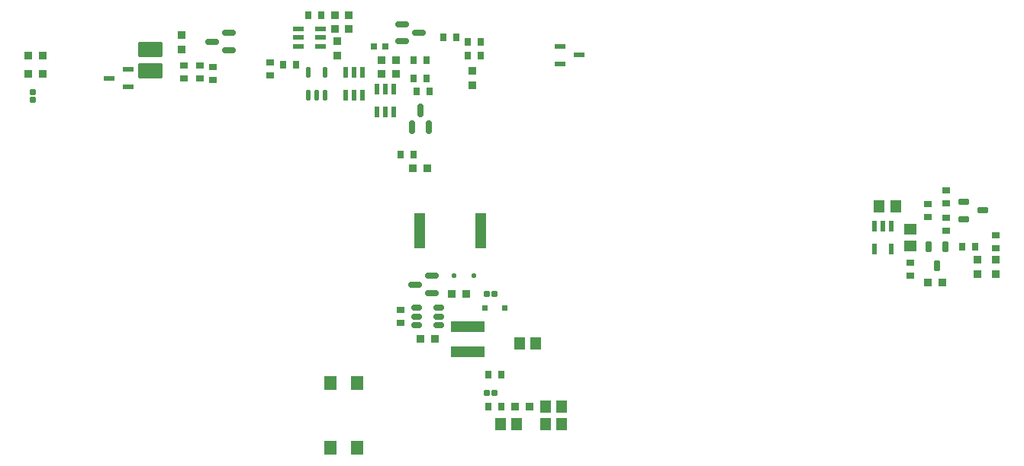
<source format=gbr>
%TF.GenerationSoftware,KiCad,Pcbnew,8.0.8*%
%TF.CreationDate,2025-01-26T18:24:36+02:00*%
%TF.ProjectId,gamma-spectrometer,67616d6d-612d-4737-9065-6374726f6d65,v0.0.4*%
%TF.SameCoordinates,Original*%
%TF.FileFunction,Paste,Top*%
%TF.FilePolarity,Positive*%
%FSLAX46Y46*%
G04 Gerber Fmt 4.6, Leading zero omitted, Abs format (unit mm)*
G04 Created by KiCad (PCBNEW 8.0.8) date 2025-01-26 18:24:36*
%MOMM*%
%LPD*%
G01*
G04 APERTURE LIST*
G04 Aperture macros list*
%AMRoundRect*
0 Rectangle with rounded corners*
0 $1 Rounding radius*
0 $2 $3 $4 $5 $6 $7 $8 $9 X,Y pos of 4 corners*
0 Add a 4 corners polygon primitive as box body*
4,1,4,$2,$3,$4,$5,$6,$7,$8,$9,$2,$3,0*
0 Add four circle primitives for the rounded corners*
1,1,$1+$1,$2,$3*
1,1,$1+$1,$4,$5*
1,1,$1+$1,$6,$7*
1,1,$1+$1,$8,$9*
0 Add four rect primitives between the rounded corners*
20,1,$1+$1,$2,$3,$4,$5,0*
20,1,$1+$1,$4,$5,$6,$7,0*
20,1,$1+$1,$6,$7,$8,$9,0*
20,1,$1+$1,$8,$9,$2,$3,0*%
G04 Aperture macros list end*
%ADD10C,0.010000*%
%ADD11RoundRect,0.072500X0.217500X-0.532500X0.217500X0.532500X-0.217500X0.532500X-0.217500X-0.532500X0*%
%ADD12R,0.650000X0.900000*%
%ADD13R,0.900000X0.650000*%
%ADD14R,1.450000X1.150000*%
%ADD15RoundRect,0.075000X-0.540000X-0.225000X0.540000X-0.225000X0.540000X0.225000X-0.540000X0.225000X0*%
%ADD16RoundRect,0.075000X0.260000X-0.225000X0.260000X0.225000X-0.260000X0.225000X-0.260000X-0.225000X0*%
%ADD17RoundRect,0.108750X0.356250X-0.326250X0.356250X0.326250X-0.356250X0.326250X-0.356250X-0.326250X0*%
%ADD18RoundRect,0.108750X0.326250X0.356250X-0.326250X0.356250X-0.326250X-0.356250X0.326250X-0.356250X0*%
%ADD19R,1.150000X1.450000*%
%ADD20RoundRect,0.075000X-0.225000X-0.260000X0.225000X-0.260000X0.225000X0.260000X-0.225000X0.260000X0*%
%ADD21RoundRect,0.147500X-0.467500X-0.147500X0.467500X-0.147500X0.467500X0.147500X-0.467500X0.147500X0*%
%ADD22R,0.870000X0.930000*%
%ADD23RoundRect,0.075000X0.225000X0.260000X-0.225000X0.260000X-0.225000X-0.260000X0.225000X-0.260000X0*%
%ADD24RoundRect,0.150000X-0.460000X-0.150000X0.460000X-0.150000X0.460000X0.150000X-0.460000X0.150000X0*%
%ADD25RoundRect,0.150000X0.587500X0.150000X-0.587500X0.150000X-0.587500X-0.150000X0.587500X-0.150000X0*%
%ADD26RoundRect,0.108750X-0.356250X0.326250X-0.356250X-0.326250X0.356250X-0.326250X0.356250X0.326250X0*%
%ADD27RoundRect,0.108750X-0.326250X-0.356250X0.326250X-0.356250X0.326250X0.356250X-0.326250X0.356250X0*%
%ADD28R,1.295400X3.937000*%
%ADD29R,3.700000X1.200000*%
%ADD30R,0.700000X0.700000*%
%ADD31RoundRect,0.073750X-0.221250X0.531250X-0.221250X-0.531250X0.221250X-0.531250X0.221250X0.531250X0*%
%ADD32RoundRect,0.125000X-0.125000X-0.125000X0.125000X-0.125000X0.125000X0.125000X-0.125000X0.125000X0*%
%ADD33RoundRect,0.147500X0.147500X-0.457500X0.147500X0.457500X-0.147500X0.457500X-0.147500X-0.457500X0*%
%ADD34RoundRect,0.147500X0.467500X0.147500X-0.467500X0.147500X-0.467500X-0.147500X0.467500X-0.147500X0*%
%ADD35RoundRect,0.072500X-0.532500X-0.217500X0.532500X-0.217500X0.532500X0.217500X-0.532500X0.217500X0*%
%ADD36RoundRect,0.213750X-1.141250X0.641250X-1.141250X-0.641250X1.141250X-0.641250X1.141250X0.641250X0*%
%ADD37RoundRect,0.150000X0.150000X-0.587500X0.150000X0.587500X-0.150000X0.587500X-0.150000X-0.587500X0*%
%ADD38R,0.810000X0.930000*%
%ADD39R,1.400000X1.600000*%
%ADD40RoundRect,0.150000X-0.587500X-0.150000X0.587500X-0.150000X0.587500X0.150000X-0.587500X0.150000X0*%
%ADD41RoundRect,0.075000X-0.225000X0.540000X-0.225000X-0.540000X0.225000X-0.540000X0.225000X0.540000X0*%
G04 APERTURE END LIST*
D10*
%TO.C,D5*%
X150050000Y-93750000D02*
X149550000Y-93750000D01*
X149550000Y-93250000D01*
X150050000Y-93250000D01*
X150050000Y-93750000D01*
G36*
X150050000Y-93750000D02*
G01*
X149550000Y-93750000D01*
X149550000Y-93250000D01*
X150050000Y-93250000D01*
X150050000Y-93750000D01*
G37*
X152250000Y-93750000D02*
X151750000Y-93750000D01*
X151750000Y-93250000D01*
X152250000Y-93250000D01*
X152250000Y-93750000D01*
G36*
X152250000Y-93750000D02*
G01*
X151750000Y-93750000D01*
X151750000Y-93250000D01*
X152250000Y-93250000D01*
X152250000Y-93750000D01*
G37*
%TD*%
D11*
%TO.C,U4*%
X134395000Y-69905000D03*
X135345000Y-69905000D03*
X136295000Y-69905000D03*
X136295000Y-67395000D03*
X135345000Y-67395000D03*
X134395000Y-67395000D03*
%TD*%
D12*
%TO.C,R6*%
X128925000Y-66500000D03*
X127475000Y-66500000D03*
%TD*%
D13*
%TO.C,R1*%
X126000000Y-67725000D03*
X126000000Y-66275000D03*
%TD*%
D12*
%TO.C,R15*%
X150275000Y-101000000D03*
X151725000Y-101000000D03*
%TD*%
D14*
%TO.C,C19*%
X197025000Y-86625000D03*
X197025000Y-84825000D03*
%TD*%
D15*
%TO.C,Q4*%
X202965000Y-81775000D03*
X202965000Y-83675000D03*
X205085000Y-82725000D03*
%TD*%
D12*
%TO.C,R5*%
X130275000Y-61000000D03*
X131725000Y-61000000D03*
%TD*%
D16*
%TO.C,FB1*%
X99700000Y-70435000D03*
X99700000Y-69565000D03*
%TD*%
D17*
%TO.C,C21*%
X204525000Y-89785000D03*
X204525000Y-88225000D03*
%TD*%
D12*
%TO.C,R20*%
X202800000Y-86725000D03*
X204250000Y-86725000D03*
%TD*%
D18*
%TO.C,C16*%
X154780000Y-104500000D03*
X153220000Y-104500000D03*
%TD*%
D19*
%TO.C,C15*%
X158400000Y-106500000D03*
X156600000Y-106500000D03*
%TD*%
D20*
%TO.C,FB2*%
X150065000Y-103000000D03*
X150935000Y-103000000D03*
%TD*%
D21*
%TO.C,U6*%
X158200000Y-64500000D03*
X158200000Y-66400000D03*
X160320000Y-65450000D03*
%TD*%
D22*
%TO.C,C9*%
X138420000Y-66000000D03*
X139980000Y-66000000D03*
%TD*%
D12*
%TO.C,R8*%
X149425000Y-65500000D03*
X147975000Y-65500000D03*
%TD*%
D13*
%TO.C,R4*%
X116500000Y-68045000D03*
X116500000Y-66595000D03*
%TD*%
D18*
%TO.C,C10*%
X139980000Y-67500000D03*
X138420000Y-67500000D03*
%TD*%
D17*
%TO.C,C3*%
X116200000Y-64780000D03*
X116200000Y-63220000D03*
%TD*%
D12*
%TO.C,R13*%
X146725000Y-63500000D03*
X145275000Y-63500000D03*
%TD*%
D23*
%TO.C,FB3*%
X150935000Y-92000000D03*
X150065000Y-92000000D03*
%TD*%
D22*
%TO.C,C11*%
X144280000Y-97000000D03*
X142720000Y-97000000D03*
%TD*%
D19*
%TO.C,C13*%
X151600000Y-106500000D03*
X153400000Y-106500000D03*
%TD*%
D24*
%TO.C,U8*%
X142255000Y-93550000D03*
X142255000Y-94500000D03*
X142255000Y-95450000D03*
X144745000Y-95450000D03*
X144745000Y-94500000D03*
X144745000Y-93550000D03*
%TD*%
D19*
%TO.C,C17*%
X195425000Y-82225000D03*
X193625000Y-82225000D03*
%TD*%
D13*
%TO.C,TH1*%
X201025000Y-80500000D03*
X201025000Y-81950000D03*
%TD*%
D25*
%TO.C,D1*%
X121437500Y-64900000D03*
X121437500Y-63000000D03*
X119562500Y-63950000D03*
%TD*%
D13*
%TO.C,R18*%
X201025000Y-84950000D03*
X201025000Y-83500000D03*
%TD*%
D26*
%TO.C,C7*%
X148500000Y-67220000D03*
X148500000Y-68780000D03*
%TD*%
D12*
%TO.C,R10*%
X143425000Y-66000000D03*
X141975000Y-66000000D03*
%TD*%
D22*
%TO.C,C1*%
X99200000Y-65500000D03*
X100760000Y-65500000D03*
%TD*%
D13*
%TO.C,R3*%
X118200000Y-68045000D03*
X118200000Y-66595000D03*
%TD*%
%TO.C,R19*%
X197025000Y-89950000D03*
X197025000Y-88500000D03*
%TD*%
D27*
%TO.C,C5*%
X133220000Y-62500000D03*
X134780000Y-62500000D03*
%TD*%
D22*
%TO.C,C18*%
X147780000Y-92000000D03*
X146220000Y-92000000D03*
%TD*%
D28*
%TO.C,LS1*%
X142596400Y-85000000D03*
X149403600Y-85000000D03*
%TD*%
D12*
%TO.C,R16*%
X151725000Y-104500000D03*
X150275000Y-104500000D03*
%TD*%
%TO.C,R12*%
X141975000Y-68000000D03*
X143425000Y-68000000D03*
%TD*%
D17*
%TO.C,C22*%
X206525000Y-89785000D03*
X206525000Y-88225000D03*
%TD*%
D29*
%TO.C,L1*%
X148000000Y-95600000D03*
X148000000Y-98400000D03*
%TD*%
D30*
%TO.C,C8*%
X138850000Y-64500000D03*
X137550000Y-64500000D03*
%TD*%
D13*
%TO.C,R17*%
X199025000Y-82000000D03*
X199025000Y-83450000D03*
%TD*%
D22*
%TO.C,C4*%
X134780000Y-61000000D03*
X133220000Y-61000000D03*
%TD*%
D27*
%TO.C,C20*%
X199025000Y-90725000D03*
X200585000Y-90725000D03*
%TD*%
D31*
%TO.C,VR3*%
X194975000Y-84470000D03*
X194025000Y-84470000D03*
X193075000Y-84470000D03*
X193075000Y-86980000D03*
X194975000Y-86980000D03*
%TD*%
D32*
%TO.C,D4*%
X146400000Y-90000000D03*
X148600000Y-90000000D03*
%TD*%
D33*
%TO.C,U3*%
X130250000Y-69905000D03*
X131200000Y-69905000D03*
X132150000Y-69905000D03*
X132150000Y-67395000D03*
X130250000Y-67395000D03*
%TD*%
D34*
%TO.C,U7*%
X110260000Y-68950000D03*
X110260000Y-67050000D03*
X108140000Y-68000000D03*
%TD*%
D13*
%TO.C,R2*%
X119700000Y-66775000D03*
X119700000Y-68225000D03*
%TD*%
D35*
%TO.C,U2*%
X129145000Y-62550000D03*
X129145000Y-63500000D03*
X129145000Y-64450000D03*
X131655000Y-64450000D03*
X131655000Y-63500000D03*
X131655000Y-62550000D03*
%TD*%
D12*
%TO.C,R9*%
X147975000Y-64000000D03*
X149425000Y-64000000D03*
%TD*%
D36*
%TO.C,C3*%
X112700000Y-64795000D03*
X112700000Y-67205000D03*
%TD*%
D37*
%TO.C,D3*%
X141750000Y-73437500D03*
X143650000Y-73437500D03*
X142700000Y-71562500D03*
%TD*%
D38*
%TO.C,D2*%
X141890000Y-78000000D03*
X143510000Y-78000000D03*
%TD*%
D25*
%TO.C,Q2*%
X144000000Y-91900000D03*
X144000000Y-90000000D03*
X142125000Y-90950000D03*
%TD*%
D19*
%TO.C,C14*%
X158400000Y-104500000D03*
X156600000Y-104500000D03*
%TD*%
D13*
%TO.C,R14*%
X140500000Y-93775000D03*
X140500000Y-95225000D03*
%TD*%
D39*
%TO.C,SW1*%
X135700000Y-109100000D03*
X135700000Y-101900000D03*
X132700000Y-109100000D03*
X132700000Y-101900000D03*
%TD*%
D13*
%TO.C,R21*%
X206525000Y-85500000D03*
X206525000Y-86950000D03*
%TD*%
D12*
%TO.C,R7*%
X141925000Y-76500000D03*
X140475000Y-76500000D03*
%TD*%
D11*
%TO.C,U5*%
X137850000Y-71755000D03*
X138800000Y-71755000D03*
X139750000Y-71755000D03*
X139750000Y-69245000D03*
X138800000Y-69245000D03*
X137850000Y-69245000D03*
%TD*%
D26*
%TO.C,C6*%
X133500000Y-63920000D03*
X133500000Y-65480000D03*
%TD*%
D40*
%TO.C,Q1*%
X140700000Y-62000000D03*
X140700000Y-63900000D03*
X142575000Y-62950000D03*
%TD*%
D19*
%TO.C,C12*%
X153700000Y-97500000D03*
X155500000Y-97500000D03*
%TD*%
D41*
%TO.C,Q3*%
X200975000Y-86725000D03*
X199075000Y-86725000D03*
X200025000Y-88845000D03*
%TD*%
D22*
%TO.C,C2*%
X99200000Y-67500000D03*
X100760000Y-67500000D03*
%TD*%
D12*
%TO.C,R11*%
X143725000Y-69500000D03*
X142275000Y-69500000D03*
%TD*%
M02*

</source>
